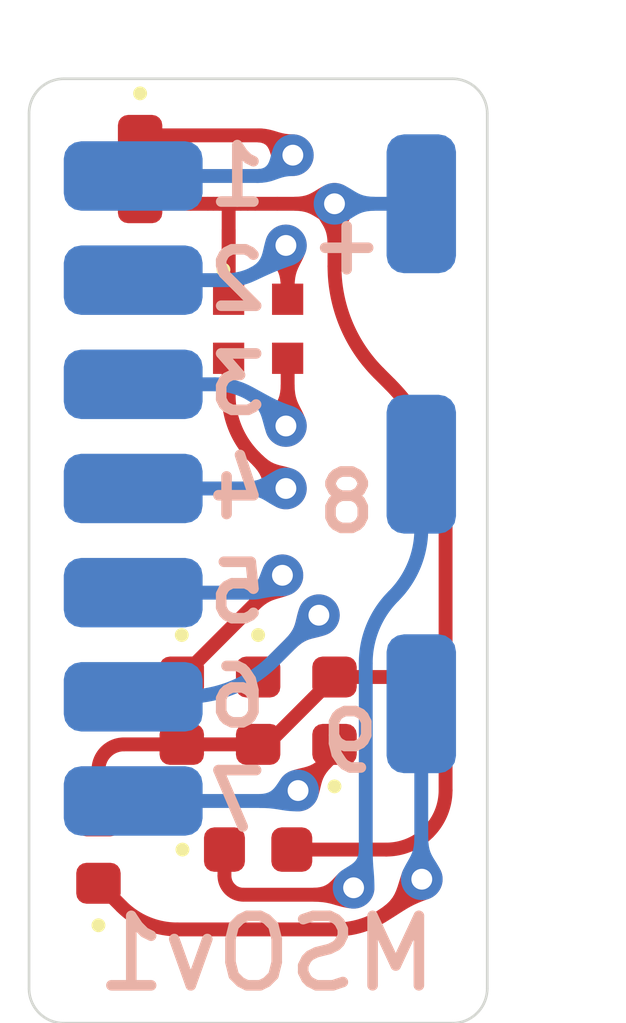
<source format=kicad_pcb>
(kicad_pcb (version 20211014) (generator pcbnew)
  (layers (0 "F.Cu" signal) (31 "B.Cu" signal) (34 "B.Paste" user) (35 "F.Paste" user) (36 "B.SilkS" user "B.Silkscreen") (37 "F.SilkS" user "F.Silkscreen") (38 "B.Mask" user) (39 "F.Mask" user) (44 "Edge.Cuts" user))
  (net 0 "")
  (net 1 "Net-(D1-Pad1)")
  (net 2 "Net-(D6-Pad1)")
  (net 3 "Net-(D7-Pad1)")
  (net 4 "Net-(D1-Pad2)")
  (net 5 "Net-(D8-Pad1)")
  (net 6 "Net-(D9-Pad1)")
  (net 7 "Net-(D10-Pad1)")
  (net 8 "Net-(D2-Pad2)")
  (net 9 "Net-(D2-Pad3)")
  (net 10 "Net-(D2-Pad4)")
  (footprint "LED_SMD:LED_0402_1005Metric" (layer "F.Cu") (at 123.3 84.1)
    (fp_text reference "D9" hide)
    (fp_text value "LED_Y")
    (fp_circle (center -1.09 0) (end -1.04 0) (layer "F.SilkS") (width 0.1) (fill none))
    (pad "1" smd roundrect locked (at -0.485 0) (size 0.59 0.64) (layers "F.Cu" "F.Paste" "F.Mask") (net 6 "Net-(D9-Pad1)"))
    (pad "2" smd roundrect locked (at 0.485 0) (size 0.59 0.64) (layers "F.Cu" "F.Paste" "F.Mask") (net 4 "Net-(D1-Pad2)"))
  )
  (footprint "LED_SMD:LED_0402_1005Metric" (layer "F.Cu") (at 123.3 82.1 -90)
    (fp_text reference "D7" hide)
    (fp_text value "LED_W")
    (fp_circle (center -1.09 0) (end -1.04 0) (layer "F.SilkS") (width 0.1) (fill none))
    (pad "1" smd roundrect locked (at -0.485 0 270) (size 0.59 0.64) (layers "F.Cu" "F.Paste" "F.Mask") (net 3 "Net-(D7-Pad1)"))
    (pad "2" smd roundrect locked (at 0.485 0 270) (size 0.59 0.64) (layers "F.Cu" "F.Paste" "F.Mask") (net 4 "Net-(D1-Pad2)"))
  )
  (footprint "LED_SMD:LED_0402_1005Metric" (layer "F.Cu") (at 121.6 74.3 -90)
    (fp_text reference "D1" hide)
    (fp_text value "LED_W")
    (fp_circle (center -1.09 0) (end -1.04 0) (layer "F.SilkS") (width 0.1) (fill none))
    (pad "1" smd roundrect locked (at -0.485 0 270) (size 0.59 0.64) (layers "F.Cu" "F.Paste" "F.Mask") (net 1 "Net-(D1-Pad1)"))
    (pad "2" smd roundrect locked (at 0.485 0 270) (size 0.59 0.64) (layers "F.Cu" "F.Paste" "F.Mask") (net 4 "Net-(D1-Pad2)"))
  )
  (footprint "LED_SMD:LED_0402_1005Metric" (layer "F.Cu") (at 124.4 82.1 90)
    (fp_text reference "D8" hide)
    (fp_text value "LED_Y")
    (fp_circle (center -1.09 0) (end -1.04 0) (layer "F.SilkS") (width 0.1) (fill none))
    (pad "1" smd roundrect locked (at -0.485 0 90) (size 0.59 0.64) (layers "F.Cu" "F.Paste" "F.Mask") (net 5 "Net-(D8-Pad1)"))
    (pad "2" smd roundrect locked (at 0.485 0 90) (size 0.59 0.64) (layers "F.Cu" "F.Paste" "F.Mask") (net 4 "Net-(D1-Pad2)"))
  )
  (footprint "LED_SMD:LED_0402_1005Metric" (layer "F.Cu") (at 122.2 82.1 -90)
    (fp_text reference "D6" hide)
    (fp_text value "LED_Y")
    (fp_circle (center -1.09 0) (end -1.04 0) (layer "F.SilkS") (width 0.1) (fill none))
    (pad "1" smd roundrect locked (at -0.485 0 270) (size 0.59 0.64) (layers "F.Cu" "F.Paste" "F.Mask") (net 2 "Net-(D6-Pad1)"))
    (pad "2" smd roundrect locked (at 0.485 0 270) (size 0.59 0.64) (layers "F.Cu" "F.Paste" "F.Mask") (net 4 "Net-(D1-Pad2)"))
  )
  (footprint "Library:LRTBR48GP9Q71R7S526NP68" (layer "F.Cu") (at 123.3 76.6 90)
    (fp_text reference "D2" hide)
    (fp_text value "LED_ARGB" hide)
    (fp_line (start 0.8 -0.5) (end 0.8 -0.5) (layer "F.SilkS") (width 0.1))
    (fp_line (start 0.9 -0.5) (end 0.9 -0.5) (layer "F.SilkS") (width 0.1))
    (fp_arc (start 0.9 -0.5) (mid 0.85 -0.45) (end 0.8 -0.5) (layer "F.SilkS") (width 0.1))
    (fp_arc (start 0.8 -0.5) (mid 0.85 -0.55) (end 0.9 -0.5) (layer "F.SilkS") (width 0.1))
    (pad "1" smd rect (at 0.425 -0.425 180) (size 0.45 0.45) (layers "F.Cu" "F.Paste" "F.Mask") (net 4 "Net-(D1-Pad2)"))
    (pad "2" smd rect (at 0.425 0.425 180) (size 0.45 0.45) (layers "F.Cu" "F.Paste" "F.Mask") (net 8 "Net-(D2-Pad2)"))
    (pad "3" smd rect (at -0.425 0.425 180) (size 0.45 0.45) (layers "F.Cu" "F.Paste" "F.Mask") (net 9 "Net-(D2-Pad3)"))
    (pad "4" smd rect (at -0.425 -0.425 180) (size 0.45 0.45) (layers "F.Cu" "F.Paste" "F.Mask") (net 10 "Net-(D2-Pad4)"))
  )
  (footprint "LED_SMD:LED_0402_1005Metric" (layer "F.Cu") (at 121 84.1 90)
    (fp_text reference "D10" hide)
    (fp_text value "LED_W")
    (fp_circle (center -1.09 0) (end -1.04 0) (layer "F.SilkS") (width 0.1) (fill none))
    (pad "1" smd roundrect locked (at -0.485 0 90) (size 0.59 0.64) (layers "F.Cu" "F.Paste" "F.Mask") (net 7 "Net-(D10-Pad1)"))
    (pad "2" smd roundrect locked (at 0.485 0 90) (size 0.59 0.64) (layers "F.Cu" "F.Paste" "F.Mask") (net 4 "Net-(D1-Pad2)"))
  )
  (footprint "Connector_Wire:SolderWirePad_1x01_SMD_1x2mm" (layer "B.Cu") (at 121.5 80.4 -90)
    (fp_text reference "J5" hide)
    (fp_text value "Zs7-3")
    (pad "1" smd roundrect (at 0 0 270) (size 1 2) (layers "B.Cu" "B.Paste" "B.Mask") (net 2 "Net-(D6-Pad1)"))
  )
  (footprint "Connector_Wire:SolderWirePad_1x01_SMD_1x2mm" (layer "B.Cu") (at 121.5 74.4 -90)
    (fp_text reference "J1" hide)
    (fp_text value "VkzBw")
    (pad "1" smd roundrect (at 0 0 270) (size 1 2) (layers "B.Cu" "B.Paste" "B.Mask") (net 1 "Net-(D1-Pad1)"))
  )
  (footprint "Connector_Wire:SolderWirePad_1x01_SMD_1x2mm" (layer "B.Cu") (at 121.5 78.9 -90)
    (fp_text reference "J4" hide)
    (fp_text value "ARGB_4")
    (pad "1" smd roundrect (at 0 0 270) (size 1 2) (layers "B.Cu" "B.Paste" "B.Mask") (net 10 "Net-(D2-Pad4)"))
  )
  (footprint "Connector_Wire:SolderWirePad_1x01_SMD_1x2mm" (layer "B.Cu") (at 121.5 83.4 -90)
    (fp_text reference "J7" hide)
    (fp_text value "Zs7-1")
    (pad "1" smd roundrect (at 0 0 270) (size 1 2) (layers "B.Cu" "B.Paste" "B.Mask") (net 5 "Net-(D8-Pad1)"))
  )
  (footprint "Connector_Wire:SolderWirePad_1x01_SMD_1x2mm" (layer "B.Cu") (at 125.65 74.8 180)
    (fp_text reference "J0" hide)
    (fp_text value "VCC")
    (pad "1" smd roundrect (at 0 0 180) (size 1 2) (layers "B.Cu" "B.Paste" "B.Mask") (net 4 "Net-(D1-Pad2)"))
  )
  (footprint "Connector_Wire:SolderWirePad_1x01_SMD_1x2mm" (layer "B.Cu") (at 121.5 81.9 -90)
    (fp_text reference "J6" hide)
    (fp_text value "Ra")
    (pad "1" smd roundrect (at 0 0 270) (size 1 2) (layers "B.Cu" "B.Paste" "B.Mask") (net 3 "Net-(D7-Pad1)"))
  )
  (footprint "Connector_Wire:SolderWirePad_1x01_SMD_1x2mm" (layer "B.Cu") (at 121.5 75.9 -90)
    (fp_text reference "J2" hide)
    (fp_text value "ARGB_2")
    (pad "1" smd roundrect (at 0 0 270) (size 1 2) (layers "B.Cu" "B.Paste" "B.Mask") (net 8 "Net-(D2-Pad2)"))
  )
  (footprint "Connector_Wire:SolderWirePad_1x01_SMD_1x2mm" (layer "B.Cu") (at 125.65 82 180)
    (fp_text reference "J9" hide)
    (fp_text value "Ra/Zs1")
    (pad "1" smd roundrect (at 0 0 180) (size 1 2) (layers "B.Cu" "B.Paste" "B.Mask") (net 7 "Net-(D10-Pad1)"))
  )
  (footprint "Connector_Wire:SolderWirePad_1x01_SMD_1x2mm" (layer "B.Cu") (at 125.65 78.55)
    (fp_text reference "J8" hide)
    (fp_text value "Zs7-2")
    (pad "1" smd roundrect (at 0 0) (size 1 2) (layers "B.Cu" "B.Paste" "B.Mask") (net 6 "Net-(D9-Pad1)"))
  )
  (footprint "Connector_Wire:SolderWirePad_1x01_SMD_1x2mm" (layer "B.Cu") (at 121.5 77.4 -90)
    (fp_text reference "J3" hide)
    (fp_text value "ARGB_3")
    (pad "1" smd roundrect (at 0 0 270) (size 1 2) (layers "B.Cu" "B.Paste" "B.Mask") (net 9 "Net-(D2-Pad3)"))
  )
  (gr_arc (start 126.6 86.1) (mid 126.453553 86.453553) (end 126.1 86.6) (layer "Edge.Cuts") (width 0.0381))
  (gr_line (start 120.5 86.6) (end 126.1 86.6) (layer "Edge.Cuts") (width 0.0381))
  (gr_line (start 120 86.1) (end 120 73.5) (layer "Edge.Cuts") (width 0.0381))
  (gr_line (start 120.5 73) (end 126.1 73) (layer "Edge.Cuts") (width 0.0381))
  (gr_arc (start 120.5 86.6) (mid 120.146447 86.453553) (end 120 86.1) (layer "Edge.Cuts") (width 0.0381))
  (gr_line (start 126.6 86.1) (end 126.6 73.5) (layer "Edge.Cuts") (width 0.0381))
  (gr_arc (start 126.1 73) (mid 126.453553 73.146447) (end 126.6 73.5) (layer "Edge.Cuts") (width 0.0381))
  (gr_arc (start 120 73.5) (mid 120.146447 73.146447) (end 120.5 73) (layer "Edge.Cuts") (width 0.0381))
  (gr_text "7" (at 123 83.4) (layer "B.SilkS") (effects (font (size 0.8128 0.8128) (thickness 0.1524)) (justify mirror)))
  (gr_text "1" (at 123 74.4) (layer "B.SilkS") (effects (font (size 0.8128 0.8128) (thickness 0.1524)) (justify mirror)))
  (gr_text "3" (at 123 77.4) (layer "B.SilkS") (effects (font (size 0.8128 0.8128) (thickness 0.1524)) (justify mirror)))
  (gr_text "+" (at 124.575 75.375) (layer "B.SilkS") (effects (font (size 0.8128 0.8128) (thickness 0.1524)) (justify mirror)))
  (gr_text "9" (at 124.625 82.55) (layer "B.SilkS") (effects (font (size 0.8128 0.8128) (thickness 0.1524)) (justify mirror)))
  (gr_text "6" (at 123 81.9) (layer "B.SilkS") (effects (font (size 0.8128 0.8128) (thickness 0.1524)) (justify mirror)))
  (gr_text "MSOv1" (at 123.425 85.6) (layer "B.SilkS") (effects (font (size 1 1) (thickness 0.1524)) (justify mirror)))
  (gr_text "4" (at 123 78.9) (layer "B.SilkS") (effects (font (size 0.8128 0.8128) (thickness 0.1524)) (justify mirror)))
  (gr_text "8" (at 124.575 79.1) (layer "B.SilkS") (effects (font (size 0.8128 0.8128) (thickness 0.1524)) (justify mirror)))
  (gr_text "2" (at 123 75.9) (layer "B.SilkS") (effects (font (size 0.8128 0.8128) (thickness 0.1524)) (justify mirror)))
  (gr_text "5" (at 123 80.4) (layer "B.SilkS") (effects (font (size 0.8128 0.8128) (thickness 0.1524)) (justify mirror)))
  (segment (start 123.8 74.1) (end 123.6575 73.9575) (width 0.2) (layer "F.Cu") (net 1))
  (segment (start 123.313474 73.815) (end 121.6 73.815) (width 0.2) (layer "F.Cu") (net 1))
  (via (at 123.8 74.1) (size 0.6) (drill 0.3) (layers "F.Cu" "B.Cu") (net 1))
  (arc (start 123.313474 73.815) (mid 123.499659 73.852034) (end 123.6575 73.9575) (width 0.2) (layer "F.Cu") (net 1))
  (segment (start 123.287867 74.4) (end 121.5 74.4) (width 0.2) (layer "B.Cu") (net 1))
  (segment (start 123.65 74.25) (end 123.8 74.1) (width 0.2) (layer "B.Cu") (net 1))
  (arc (start 123.65 74.25) (mid 123.483852 74.361016) (end 123.287867 74.4) (width 0.2) (layer "B.Cu") (net 1))
  (segment (start 123.65 80.1575) (end 123.65 80.15) (width 0.2) (layer "F.Cu") (net 2))
  (segment (start 123.644696 80.170303) (end 122.2 81.615) (width 0.2) (layer "F.Cu") (net 2))
  (via (at 123.65 80.15) (size 0.6) (drill 0.3) (layers "F.Cu" "B.Cu") (net 2))
  (arc (start 123.644696 80.170303) (mid 123.648621 80.164429) (end 123.65 80.1575) (width 0.2) (layer "F.Cu") (net 2))
  (segment (start 123.223223 80.4) (end 121.5 80.4) (width 0.2) (layer "B.Cu") (net 2))
  (segment (start 123.525 80.275) (end 123.65 80.15) (width 0.2) (layer "B.Cu") (net 2))
  (arc (start 123.525 80.275) (mid 123.386543 80.367513) (end 123.223223 80.4) (width 0.2) (layer "B.Cu") (net 2))
  (segment (start 124.175 80.725) (end 123.305303 81.594696) (width 0.2) (layer "F.Cu") (net 3))
  (via (at 124.175 80.725) (size 0.6) (drill 0.3) (layers "F.Cu" "B.Cu") (net 3))
  (segment (start 124.175 80.725) (end 123.53033 81.369669) (width 0.2) (layer "B.Cu") (net 3))
  (arc (start 123.53033 81.369669) (mid 122.942909 81.762171) (end 122.25 81.9) (width 0.2) (layer "B.Cu") (net 3))
  (segment (start 126 81.888531) (end 126 81.860617) (width 0.2) (layer "F.Cu") (net 4))
  (segment (start 126 81.831881) (end 126 81.860617) (width 0.2) (layer "F.Cu") (net 4))
  (segment (start 124.4 81.615) (end 123.475961 82.539038) (width 0.2) (layer "F.Cu") (net 4))
  (segment (start 122.859987 74.8) (end 122.787498 74.8) (width 0.2) (layer "F.Cu") (net 4))
  (segment (start 122.2 82.585) (end 121.367027 82.585) (width 0.2) (layer "F.Cu") (net 4))
  (segment (start 122.576255 74.8) (end 122.328768 74.8) (width 0.2) (layer "F.Cu") (net 4))
  (segment (start 124.4 74.8) (end 124.4 75.7) (width 0.2) (layer "F.Cu") (net 4))
  (segment (start 126 81.776873) (end 126 81.803966) (width 0.2) (layer "F.Cu") (net 4))
  (segment (start 126 81.642091) (end 126 81.684373) (width 0.2) (layer "F.Cu") (net 4))
  (segment (start 126 81.731615) (end 126 81.752756) (width 0.2) (layer "F.Cu") (net 4))
  (segment (start 122.949217 74.8) (end 122.893488 74.8) (width 0.2) (layer "F.Cu") (net 4))
  (segment (start 126 81.731615) (end 126 81.730623) (width 0.2) (layer "F.Cu") (net 4))
  (segment (start 126 83.246446) (end 126 82.057659) (width 0.2) (layer "F.Cu") (net 4))
  (segment (start 126 81.752756) (end 126 81.773897) (width 0.2) (layer "F.Cu") (net 4))
  (segment (start 125.146446 84.1) (end 123.785 84.1) (width 0.2) (layer "F.Cu") (net 4))
  (segment (start 123.150259 74.8) (end 123.049738 74.8) (width 0.2) (layer "F.Cu") (net 4))
  (segment (start 126 81.888531) (end 126 81.973095) (width 0.2) (layer "F.Cu") (net 4))
  (segment (start 126 81.684373) (end 126 81.707498) (width 0.2) (layer "F.Cu") (net 4))
  (segment (start 122.656249 74.8) (end 122.576255 74.8) (width 0.2) (layer "F.Cu") (net 4))
  (segment (start 126 81.707498) (end 126 81.730623) (width 0.2) (layer "F.Cu") (net 4))
  (segment (start 125.2 77.4) (end 125.036396 77.236396) (width 0.2) (layer "F.Cu") (net 4))
  (segment (start 123.577297 74.8) (end 123.259098 74.8) (width 0.2) (layer "F.Cu") (net 4))
  (segment (start 126 81.619648) (end 126 81.642091) (width 0.2) (layer "F.Cu") (net 4))
  (segment (start 122.875 74.887501) (end 122.875 76.175) (width 0.2) (layer "F.Cu") (net 4))
  (segment (start 122.743748 74.8) (end 122.656249 74.8) (width 0.2) (layer "F.Cu") (net 4))
  (segment (start 126 81.803966) (end 126 81.831059) (width 0.2) (layer "F.Cu") (net 4))
  (segment (start 122.859987 74.8) (end 122.871154 74.8) (width 0.2) (layer "F.Cu") (net 4))
  (segment (start 122.743748 74.8) (end 122.787498 74.8) (width 0.2) (layer "F.Cu") (net 4))
  (segment (start 126 81.773897) (end 126 81.776873) (width 0.2) (layer "F.Cu") (net 4))
  (segment (start 126 79.33137) (end 126 81.619648) (width 0.2) (layer "F.Cu") (net 4))
  (segment (start 122.328768 74.8) (end 121.625606 74.8) (width 0.2) (layer "F.Cu") (net 4))
  (segment (start 123.259098 74.8) (end 123.150259 74.8) (width 0.2) (layer "F.Cu") (net 4))
  (segment (start 123.049738 74.8) (end 122.949217 74.8) (width 0.2) (layer "F.Cu") (net 4))
  (segment (start 126 81.831059) (end 126 81.831881) (width 0.2) (layer "F.Cu") (net 4))
  (segment (start 125.972908 81.615) (end 124.4 81.615) (width 0.2) (layer "F.Cu") (net 4))
  (segment (start 122.2 82.585) (end 123.235 82.585) (width 0.2) (layer "F.Cu") (net 4))
  (segment (start 121 82.952027) (end 121 83.615) (width 0.2) (layer "F.Cu") (net 4))
  (segment (start 126 81.973095) (end 126 82.057659) (width 0.2) (layer "F.Cu") (net 4))
  (segment (start 121.6075 74.7925) (end 121.6 74.785) (width 0.2) (layer "F.Cu") (net 4))
  (segment (start 122.893488 74.8) (end 122.871154 74.8) (width 0.2) (layer "F.Cu") (net 4))
  (segment (start 122.875 76.175) (end 122.875 75.184099) (width 0.2) (layer "F.Cu") (net 4))
  (segment (start 124.4 74.8) (end 123.577297 74.8) (width 0.2) (layer "F.Cu") (net 4))
  (via (at 124.4 74.8) (size 0.6) (drill 0.3) (layers "F.Cu" "B.Cu") (net 4))
  (arc (start 126 83.246446) (mid 125.935027 83.573087) (end 125.75 83.85) (width 0.2) (layer "F.Cu") (net 4))
  (arc (start 122.849371 74.825628) (mid 122.868339 74.854015) (end 122.875 74.887501) (width 0.2) (layer "F.Cu") (net 4))
  (arc (start 126 79.33137) (mid 125.792086 78.28612) (end 125.2 77.4) (width 0.2) (layer "F.Cu") (net 4))
  (arc (start 122.849371 74.825628) (mid 122.846116 74.809267) (end 122.859987 74.8) (width 0.2) (layer "F.Cu") (net 4))
  (arc (start 121.625606 74.8) (mid 121.615807 74.79805) (end 121.6075 74.7925) (width 0.2) (layer "F.Cu") (net 4))
  (arc (start 125.992065 81.622935) (mid 125.983275 81.617062) (end 125.972908 81.615) (width 0.2) (layer "F.Cu") (net 4))
  (arc (start 125.992065 81.622935) (mid 125.997937 81.631724) (end 126 81.642091) (width 0.2) (layer "F.Cu") (net 4))
  (arc (start 126 81.619648) (mid 125.99713 81.623942) (end 125.992065 81.622935) (width 0.2) (layer "F.Cu") (net 4))
  (arc (start 121.1075 82.6925) (mid 121.027938 82.811572) (end 121 82.952027) (width 0.2) (layer "F.Cu") (net 4))
  (arc (start 125.146446 84.1) (mid 125.473087 84.035027) (end 125.75 83.85) (width 0.2) (layer "F.Cu") (net 4))
  (arc (start 121.1075 82.6925) (mid 121.226572 82.612938) (end 121.367027 82.585) (width 0.2) (layer "F.Cu") (net 4))
  (arc (start 124.4 75.7) (mid 124.565393 76.531491) (end 125.036396 77.236396) (width 0.2) (layer "F.Cu") (net 4))
  (arc (start 122.849371 74.825628) (mid 122.820983 74.80666) (end 122.787498 74.8) (width 0.2) (layer "F.Cu") (net 4))
  (segment (start 124.4 74.8) (end 125.4 74.8) (width 0.2) (layer "B.Cu") (net 4))
  (segment (start 123.875 83.25) (end 124.350502 82.774497) (width 0.2) (layer "F.Cu") (net 5))
  (via (at 123.875 83.25) (size 0.6) (drill 0.3) (layers "F.Cu" "B.Cu") (net 5))
  (segment (start 123.618933 83.4) (end 121.5 83.4) (width 0.2) (layer "B.Cu") (net 5))
  (segment (start 123.8 83.325) (end 123.875 83.25) (width 0.2) (layer "B.Cu") (net 5))
  (arc (start 123.618933 83.4) (mid 123.716925 83.380508) (end 123.8 83.325) (width 0.2) (layer "B.Cu") (net 5))
  (segment (start 124.504289 84.75) (end 123.088137 84.75) (width 0.2) (layer "F.Cu") (net 6))
  (segment (start 122.815 84.476862) (end 122.815 84.1) (width 0.2) (layer "F.Cu") (net 6))
  (segment (start 124.625 84.7) (end 124.675 84.65) (width 0.2) (layer "F.Cu") (net 6))
  (via (at 124.675 84.65) (size 0.6) (drill 0.3) (layers "F.Cu" "B.Cu") (net 6))
  (arc (start 123.088137 84.75) (mid 122.983612 84.729208) (end 122.895 84.67) (width 0.2) (layer "F.Cu") (net 6))
  (arc (start 122.815 84.476862) (mid 122.835791 84.581387) (end 122.895 84.67) (width 0.2) (layer "F.Cu") (net 6))
  (arc (start 124.504289 84.75) (mid 124.569617 84.737005) (end 124.625 84.7) (width 0.2) (layer "F.Cu") (net 6))
  (segment (start 124.85 84.351256) (end 124.85 81.415685) (width 0.2) (layer "B.Cu") (net 6))
  (segment (start 124.7625 84.5625) (end 124.675 84.65) (width 0.2) (layer "B.Cu") (net 6))
  (segment (start 125.65 79.484314) (end 125.65 78.55) (width 0.2) (layer "B.Cu") (net 6))
  (arc (start 125.25 80.45) (mid 125.546043 80.006939) (end 125.65 79.484314) (width 0.2) (layer "B.Cu") (net 6))
  (arc (start 125.25 80.45) (mid 124.953956 80.89306) (end 124.85 81.415685) (width 0.2) (layer "B.Cu") (net 6))
  (arc (start 124.7625 84.5625) (mid 124.827259 84.46558) (end 124.85 84.351256) (width 0.2) (layer "B.Cu") (net 6))
  (segment (start 122.135226 85.25) (end 124.422449 85.25) (width 0.2) (layer "F.Cu") (net 7))
  (segment (start 121.3325 84.9175) (end 121 84.585) (width 0.2) (layer "F.Cu") (net 7))
  (segment (start 125.657307 84.526637) (end 125.295625 84.888318) (width 0.2) (layer "F.Cu") (net 7))
  (via (at 125.657307 84.526637) (size 0.6) (drill 0.3) (layers "F.Cu" "B.Cu") (net 7))
  (arc (start 122.135226 85.25) (mid 121.700793 85.163586) (end 121.3325 84.9175) (width 0.2) (layer "F.Cu") (net 7))
  (arc (start 124.422449 85.25) (mid 124.895008 85.156001) (end 125.295625 84.888318) (width 0.2) (layer "F.Cu") (net 7))
  (segment (start 125.657307 84.526637) (end 125.653653 84.522983) (width 0.2) (layer "B.Cu") (net 7))
  (segment (start 125.65 84.514163) (end 125.65 82) (width 0.2) (layer "B.Cu") (net 7))
  (arc (start 125.653653 84.522983) (mid 125.650949 84.518936) (end 125.65 84.514163) (width 0.2) (layer "B.Cu") (net 7))
  (segment (start 123.7 75.4) (end 123.7125 75.4125) (width 0.2) (layer "F.Cu") (net 8))
  (segment (start 123.725 75.442677) (end 123.725 76.175) (width 0.2) (layer "F.Cu") (net 8))
  (via (at 123.7 75.4) (size 0.6) (drill 0.3) (layers "F.Cu" "B.Cu") (net 8))
  (arc (start 123.7125 75.4125) (mid 123.721751 75.426345) (end 123.725 75.442677) (width 0.2) (layer "F.Cu") (net 8))
  (segment (start 122.846446 75.9) (end 121.5 75.9) (width 0.2) (layer "B.Cu") (net 8))
  (segment (start 123.45 75.65) (end 123.7 75.4) (width 0.2) (layer "B.Cu") (net 8))
  (arc (start 123.45 75.65) (mid 123.173087 75.835027) (end 122.846446 75.9) (width 0.2) (layer "B.Cu") (net 8))
  (segment (start 123.725 77.957322) (end 123.725 77.025) (width 0.2) (layer "F.Cu") (net 9))
  (segment (start 123.7 78) (end 123.7125 77.9875) (width 0.2) (layer "F.Cu") (net 9))
  (via (at 123.7 78) (size 0.6) (drill 0.3) (layers "F.Cu" "B.Cu") (net 9))
  (arc (start 123.725 77.957322) (mid 123.721751 77.973654) (end 123.7125 77.9875) (width 0.2) (layer "F.Cu") (net 9))
  (segment (start 123.7 78) (end 123.4 77.7) (width 0.2) (layer "B.Cu") (net 9))
  (segment (start 122.675735 77.4) (end 121.5 77.4) (width 0.2) (layer "B.Cu") (net 9))
  (arc (start 122.675735 77.4) (mid 123.067704 77.477967) (end 123.4 77.7) (width 0.2) (layer "B.Cu") (net 9))
  (segment (start 122.875 77.55) (end 122.875 77.025) (width 0.2) (layer "F.Cu") (net 10))
  (segment (start 123.7 78.9) (end 123.246231 78.446231) (width 0.2) (layer "F.Cu") (net 10))
  (via (at 123.7 78.9) (size 0.6) (drill 0.3) (layers "F.Cu" "B.Cu") (net 10))
  (arc (start 122.875 77.55) (mid 122.971479 78.035036) (end 123.246231 78.446231) (width 0.2) (layer "F.Cu") (net 10))
  (segment (start 123.7 78.9) (end 121.5 78.9) (width 0.2) (layer "B.Cu") (net 10))
  (zone (net 4) (net_name "Net-(D1-Pad2)") (layer "F.Cu") (priority 16962) (connect_pads yes (clearance 0)) (min_thickness 0.0254) (fill yes (thermal_gap 0.508) (thermal_bridge_width 0.508))
    (polygon (pts (xy 123.81 74.9) (xy 123.877298 74.90231) (xy 123.933799 74.908971) (xy 123.98177 74.919574) (xy 124.023479 74.933713) (xy 124.061193 74.950981) (xy 124.097182 74.97097) (xy 124.133713 74.993274) (xy 124.173053 75.017485) (xy 124.21747 75.043196) (xy 124.269234 75.07) (xy 124.55 74.8) (xy 124.269234 74.53) (xy 124.21747 74.556803) (xy 124.173053 74.582514) (xy 124.133713 74.606725) (xy 124.097182 74.629029) (xy 124.061193 74.649018) (xy 124.023479 74.666286) (xy 123.98177 74.680425) (xy 123.933799 74.691028) (xy 123.877298 74.697689) (xy 123.81 74.7)))
  )
  (zone (net 7) (net_name "Net-(D10-Pad1)") (layer "F.Cu") (priority 16962) (connect_pads yes (clearance 0)) (min_thickness 0.0254) (fill yes (thermal_gap 0.508) (thermal_bridge_width 0.508))
    (polygon (pts (xy 125.111543 85.158357) (xy 125.197849 85.105424) (xy 125.270742 85.059344) (xy 125.333426 85.019054) (xy 125.38911 84.983494) (xy 125.440998 84.951603) (xy 125.492299 84.922318) (xy 125.546219 84.894579) (xy 125.605964 84.867324) (xy 125.674741 84.839492) (xy 125.755758 84.810022) (xy 125.763373 84.420572) (xy 125.373923 84.428184) (xy 125.348771 84.504331) (xy 125.327582 84.572716) (xy 125.30792 84.634562) (xy 125.287345 84.691091) (xy 125.263423 84.743525) (xy 125.233715 84.793088) (xy 125.195785 84.841001) (xy 125.147196 84.888487) (xy 125.085511 84.93677) (xy 125.008293 84.987071)))
  )
  (zone (net 5) (net_name "Net-(D8-Pad1)") (layer "F.Cu") (priority 16962) (connect_pads yes (clearance 0)) (min_thickness 0.0254) (fill yes (thermal_gap 0.508) (thermal_bridge_width 0.508))
    (polygon (pts (xy 124.221481 82.762097) (xy 124.172259 82.80805) (xy 124.127598 82.843292) (xy 124.08618 82.869715) (xy 124.046689 82.88921) (xy 124.007811 82.903668) (xy 123.968229 82.914981) (xy 123.926627 82.925041) (xy 123.88169 82.935739) (xy 123.832102 82.948967) (xy 123.776547 82.966616) (xy 123.768935 83.356066) (xy 124.158385 83.348451) (xy 124.176033 83.292895) (xy 124.18926 83.243307) (xy 124.199958 83.19837) (xy 124.210018 83.156769) (xy 124.221331 83.117186) (xy 124.235789 83.078308) (xy 124.255284 83.038818) (xy 124.281706 82.9974) (xy 124.316948 82.952738) (xy 124.362902 82.903518)))
  )
  (zone (net 10) (net_name "Net-(D2-Pad4)") (layer "F.Cu") (priority 16962) (connect_pads yes (clearance 0)) (min_thickness 0.0254) (fill yes (thermal_gap 0.508) (thermal_bridge_width 0.508))
    (polygon (pts (xy 123.212098 78.553519) (xy 123.258051 78.602739) (xy 123.293293 78.647401) (xy 123.319715 78.688819) (xy 123.33921 78.728309) (xy 123.353668 78.767187) (xy 123.364981 78.80677) (xy 123.375041 78.848371) (xy 123.385739 78.893308) (xy 123.398966 78.942896) (xy 123.416615 78.998452) (xy 123.806066 79.006066) (xy 123.798452 78.616615) (xy 123.742896 78.598966) (xy 123.693308 78.585739) (xy 123.648371 78.575041) (xy 123.60677 78.564981) (xy 123.567187 78.553668) (xy 123.528309 78.53921) (xy 123.488819 78.519715) (xy 123.447401 78.493293) (xy 123.402739 78.458051) (xy 123.353519 78.412098)))
  )
  (zone (net 1) (net_name "Net-(D1-Pad1)") (layer "F.Cu") (priority 16962) (connect_pads yes (clearance 0)) (min_thickness 0.0254) (fill yes (thermal_gap 0.508) (thermal_bridge_width 0.508))
    (polygon (pts (xy 123.285597 73.915) (xy 123.338684 73.919664) (xy 123.380173 73.932979) (xy 123.412017 73.953925) (xy 123.43617 73.981481) (xy 123.454584 74.01463) (xy 123.469213 74.052351) (xy 123.48201 74.093625) (xy 123.49493 74.137432) (xy 123.509924 74.182754) (xy 123.528948 74.228571) (xy 123.916931 74.193952) (xy 123.8 73.8) (xy 123.738789 73.79762) (xy 123.686439 73.79116) (xy 123.640439 73.781639) (xy 123.598283 73.77008) (xy 123.557462 73.7575) (xy 123.515467 73.74492) (xy 123.469792 73.73336) (xy 123.417927 73.72384) (xy 123.357364 73.71738) (xy 123.285597 73.715)))
  )
  (zone (net 2) (net_name "Net-(D6-Pad1)") (layer "F.Cu") (priority 16962) (connect_pads yes (clearance 0)) (min_thickness 0.0254) (fill yes (thermal_gap 0.508) (thermal_bridge_width 0.508))
    (polygon (pts (xy 123.298215 80.658206) (xy 123.349713 80.609818) (xy 123.396221 80.572291) (xy 123.439149 80.543681) (xy 123.479913 80.522044) (xy 123.519923 80.505437) (xy 123.560594 80.491917) (xy 123.603339 80.479539) (xy 123.64957 80.466361) (xy 123.7007 80.450439) (xy 123.758144 80.42983) (xy 123.752354 80.040348) (xy 123.363396 80.061356) (xy 123.347124 80.118675) (xy 123.334767 80.169718) (xy 123.324491 80.215857) (xy 123.314463 80.258463) (xy 123.302848 80.29891) (xy 123.287813 80.33857) (xy 123.267524 80.378815) (xy 123.240147 80.421017) (xy 123.203848 80.46655) (xy 123.156794 80.516785)))
  )
  (zone (net 9) (net_name "Net-(D2-Pad3)") (layer "F.Cu") (priority 16962) (connect_pads yes (clearance 0)) (min_thickness 0.0254) (fill yes (thermal_gap 0.508) (thermal_bridge_width 0.508))
    (polygon (pts (xy 123.625 77.397322) (xy 123.622703 77.464175) (xy 123.616018 77.520378) (xy 123.605254 77.568103) (xy 123.590721 77.609525) (xy 123.572728 77.646818) (xy 123.551584 77.682157) (xy 123.527598 77.717716) (xy 123.501079 77.755668) (xy 123.472337 77.798189) (xy 123.441681 77.847452) (xy 123.687653 78.14949) (xy 123.979847 77.891903) (xy 123.956225 77.835123) (xy 123.933267 77.786445) (xy 123.9114 77.743439) (xy 123.891055 77.703679) (xy 123.872661 77.664736) (xy 123.856649 77.624184) (xy 123.843447 77.579594) (xy 123.833485 77.528538) (xy 123.827192 77.46859) (xy 123.825 77.397322)))
  )
  (zone (net 4) (net_name "Net-(D1-Pad2)") (layer "F.Cu") (priority 16962) (connect_pads yes (clearance 0)) (min_thickness 0.0254) (fill yes (thermal_gap 0.508) (thermal_bridge_width 0.508))
    (polygon (pts (xy 124.5 75.39) (xy 124.50231 75.322701) (xy 124.508971 75.2662) (xy 124.519574 75.218229) (xy 124.533713 75.17652) (xy 124.550981 75.138806) (xy 124.57097 75.102817) (xy 124.593274 75.066286) (xy 124.617485 75.026946) (xy 124.643196 74.982529) (xy 124.67 74.930766) (xy 124.4 74.65) (xy 124.13 74.930766) (xy 124.156803 74.982529) (xy 124.182514 75.026946) (xy 124.206725 75.066286) (xy 124.229029 75.102817) (xy 124.249018 75.138806) (xy 124.266286 75.17652) (xy 124.280425 75.218229) (xy 124.291028 75.2662) (xy 124.297689 75.322701) (xy 124.3 75.39)))
  )
  (zone (net 6) (net_name "Net-(D9-Pad1)") (layer "F.Cu") (priority 16962) (connect_pads yes (clearance 0)) (min_thickness 0.0254) (fill yes (thermal_gap 0.508) (thermal_bridge_width 0.508))
    (polygon (pts (xy 124.084289 84.85) (xy 124.161864 84.851967) (xy 124.227353 84.857431) (xy 124.283447 84.86573) (xy 124.332839 84.876207) (xy 124.378219 84.888201) (xy 124.42228 84.901052) (xy 124.467713 84.914103) (xy 124.517212 84.926693) (xy 124.573466 84.938162) (xy 124.63917 84.947852) (xy 124.816842 84.601209) (xy 124.46352 84.437219) (xy 124.426919 84.474834) (xy 124.394617 84.509375) (xy 124.364892 84.540632) (xy 124.336022 84.568398) (xy 124.306283 84.592464) (xy 124.273954 84.612621) (xy 124.237312 84.628661) (xy 124.194635 84.640377) (xy 124.144202 84.647559) (xy 124.084289 84.65)))
  )
  (zone (net 8) (net_name "Net-(D2-Pad2)") (layer "F.Cu") (priority 16962) (connect_pads yes (clearance 0)) (min_thickness 0.0254) (fill yes (thermal_gap 0.508) (thermal_bridge_width 0.508))
    (polygon (pts (xy 123.825 76.002677) (xy 123.827192 75.931408) (xy 123.833485 75.87146) (xy 123.843447 75.820405) (xy 123.856649 75.775814) (xy 123.872661 75.735262) (xy 123.891055 75.69632) (xy 123.9114 75.656559) (xy 123.933267 75.613554) (xy 123.956225 75.564875) (xy 123.979847 75.508097) (xy 123.687653 75.25051) (xy 123.441681 75.552548) (xy 123.472337 75.60181) (xy 123.501079 75.644331) (xy 123.527598 75.682283) (xy 123.551584 75.717842) (xy 123.572728 75.75318) (xy 123.590721 75.790474) (xy 123.605254 75.831896) (xy 123.616018 75.879621) (xy 123.622703 75.935823) (xy 123.625 76.002677)))
  )
  (zone (net 3) (net_name "Net-(D7-Pad1)") (layer "F.Cu") (priority 16962) (connect_pads yes (clearance 0)) (min_thickness 0.0254) (fill yes (thermal_gap 0.508) (thermal_bridge_width 0.508))
    (polygon (pts (xy 123.828518 81.212902) (xy 123.877738 81.166948) (xy 123.9224 81.131706) (xy 123.963818 81.105284) (xy 124.003308 81.085789) (xy 124.042186 81.071331) (xy 124.081769 81.060018) (xy 124.12337 81.049958) (xy 124.168307 81.03926) (xy 124.217895 81.026033) (xy 124.273451 81.008385) (xy 124.281066 80.618935) (xy 123.891616 80.626547) (xy 123.873967 80.682102) (xy 123.860739 80.73169) (xy 123.850041 80.776627) (xy 123.839981 80.818229) (xy 123.828668 80.857811) (xy 123.81421 80.896689) (xy 123.794715 80.93618) (xy 123.768292 80.977598) (xy 123.73305 81.022259) (xy 123.687097 81.071481)))
  )
  (zone (net 3) (net_name "Net-(D7-Pad1)") (layer "B.Cu") (priority 16962) (connect_pads yes (clearance 0)) (min_thickness 0.0254) (fill yes (thermal_gap 0.508) (thermal_bridge_width 0.508))
    (polygon (pts (xy 123.828518 81.212902) (xy 123.877738 81.166948) (xy 123.9224 81.131706) (xy 123.963818 81.105284) (xy 124.003308 81.085789) (xy 124.042186 81.071331) (xy 124.081769 81.060018) (xy 124.12337 81.049958) (xy 124.168307 81.03926) (xy 124.217895 81.026033) (xy 124.273451 81.008385) (xy 124.281066 80.618935) (xy 123.891616 80.626547) (xy 123.873967 80.682102) (xy 123.860739 80.73169) (xy 123.850041 80.776627) (xy 123.839981 80.818229) (xy 123.828668 80.857811) (xy 123.81421 80.896689) (xy 123.794715 80.93618) (xy 123.768292 80.977598) (xy 123.73305 81.022259) (xy 123.687097 81.071481)))
  )
  (zone (net 5) (net_name "Net-(D8-Pad1)") (layer "B.Cu") (priority 16962) (connect_pads yes (clearance 0)) (min_thickness 0.0254) (fill yes (thermal_gap 0.508) (thermal_bridge_width 0.508))
    (polygon (pts (xy 123.308933 83.5) (xy 123.387306 83.5014) (xy 123.453726 83.5052) (xy 123.51086 83.510799) (xy 123.561378 83.5176) (xy 123.607949 83.525) (xy 123.65324 83.5324) (xy 123.699922 83.5392) (xy 123.750664 83.5448) (xy 123.808133 83.5486) (xy 123.875 83.55) (xy 124.005665 83.176336) (xy 123.628492 83.079022) (xy 123.601921 83.118179) (xy 123.577769 83.154104) (xy 123.554681 83.186587) (xy 123.5313 83.215419) (xy 123.50627 83.24039) (xy 123.478235 83.261291) (xy 123.44584 83.277912) (xy 123.407729 83.290043) (xy 123.362545 83.297475) (xy 123.308933 83.3)))
  )
  (zone (net 10) (net_name "Net-(D2-Pad4)") (layer "B.Cu") (priority 16962) (connect_pads yes (clearance 0)) (min_thickness 0.0254) (fill yes (thermal_gap 0.508) (thermal_bridge_width 0.508))
    (polygon (pts (xy 123.11 79) (xy 123.177298 79.00231) (xy 123.233799 79.008971) (xy 123.28177 79.019574) (xy 123.323479 79.033713) (xy 123.361193 79.050981) (xy 123.397182 79.07097) (xy 123.433713 79.093274) (xy 123.473053 79.117485) (xy 123.51747 79.143196) (xy 123.569234 79.17) (xy 123.85 78.9) (xy 123.569234 78.63) (xy 123.51747 78.656803) (xy 123.473053 78.682514) (xy 123.433713 78.706725) (xy 123.397182 78.729029) (xy 123.361193 78.749018) (xy 123.323479 78.766286) (xy 123.28177 78.780425) (xy 123.233799 78.791028) (xy 123.177298 78.797689) (xy 123.11 78.8)))
  )
  (zone (net 9) (net_name "Net-(D2-Pad3)") (layer "B.Cu") (priority 16962) (connect_pads yes (clearance 0)) (min_thickness 0.0254) (fill yes (thermal_gap 0.508) (thermal_bridge_width 0.508))
    (polygon (pts (xy 123.112749 77.609855) (xy 123.18069 77.650354) (xy 123.233989 77.69073) (xy 123.275008 77.731724) (xy 123.306108 77.774081) (xy 123.329649 77.818543) (xy 123.347993 77.865854) (xy 123.3635 77.916757) (xy 123.378532 77.971995) (xy 123.39545 78.032312) (xy 123.416615 78.098452) (xy 123.806066 78.106066) (xy 123.798452 77.716615) (xy 123.72576 77.690662) (xy 123.663658 77.666958) (xy 123.609307 77.644463) (xy 123.559866 77.622139) (xy 123.512496 77.598947) (xy 123.464357 77.573849) (xy 123.412609 77.545807) (xy 123.354413 77.513781) (xy 123.286929 77.476734) (xy 123.207317 77.433627)))
  )
  (zone (net 8) (net_name "Net-(D2-Pad2)") (layer "B.Cu") (priority 16962) (connect_pads yes (clearance 0)) (min_thickness 0.0254) (fill yes (thermal_gap 0.508) (thermal_bridge_width 0.508))
    (polygon (pts (xy 123.247359 75.911628) (xy 123.322079 75.877011) (xy 123.385594 75.847723) (xy 123.44047 75.822749) (xy 123.489276 75.801073) (xy 123.53458 75.781679) (xy 123.57895 75.763551) (xy 123.624954 75.745673) (xy 123.67516 75.72703) (xy 123.732137 75.706606) (xy 123.798452 75.683385) (xy 123.806066 75.293934) (xy 123.416615 75.301548) (xy 123.398745 75.359295) (xy 123.385284 75.412831) (xy 123.373957 75.462495) (xy 123.362488 75.508626) (xy 123.348601 75.551561) (xy 123.330022 75.59164) (xy 123.304475 75.629202) (xy 123.269683 75.664584) (xy 123.223372 75.698126) (xy 123.163267 75.730166)))
  )
  (zone (net 2) (net_name "Net-(D6-Pad1)") (layer "B.Cu") (priority 16962) (connect_pads yes (clearance 0)) (min_thickness 0.0254) (fill yes (thermal_gap 0.508) (thermal_bridge_width 0.508))
    (polygon (pts (xy 123.128416 80.5) (xy 123.20067 80.4986) (xy 123.261885 80.4948) (xy 123.314526 80.489199) (xy 123.361057 80.4824) (xy 123.403944 80.475) (xy 123.445653 80.4676) (xy 123.488647 80.4608) (xy 123.535393 80.4552) (xy 123.588355 80.4514) (xy 123.65 80.45) (xy 123.770605 80.060814) (xy 123.384323 80.010661) (xy 123.363843 80.05409) (xy 123.34697 80.096579) (xy 123.331924 80.137272) (xy 123.316927 80.175313) (xy 123.300202 80.209849) (xy 123.27997 80.240023) (xy 123.254453 80.26498) (xy 123.221874 80.283865) (xy 123.180454 80.295823) (xy 123.128416 80.3)))
  )
  (zone (net 6) (net_name "Net-(D9-Pad1)") (layer "B.Cu") (priority 16962) (connect_pads yes (clearance 0)) (min_thickness 0.0254) (fill yes (thermal_gap 0.508) (thermal_bridge_width 0.508))
    (polygon (pts (xy 124.75 84.09587) (xy 124.7466 84.150906) (xy 124.736783 84.19611) (xy 124.721121 84.233195) (xy 124.700187 84.263874) (xy 124.674553 84.289858) (xy 124.644791 84.312862) (xy 124.611475 84.334596) (xy 124.575176 84.356774) (xy 124.536467 84.381108) (xy 124.495922 84.409312) (xy 124.60572 84.783042) (xy 124.975 84.65) (xy 124.9743 84.584686) (xy 124.9724 84.528469) (xy 124.969599 84.478763) (xy 124.9662 84.43298) (xy 124.9625 84.388535) (xy 124.9588 84.342843) (xy 124.9554 84.293316) (xy 124.9526 84.237369) (xy 124.9507 84.172415) (xy 124.95 84.09587)))
  )
  (zone (net 7) (net_name "Net-(D10-Pad1)") (layer "B.Cu") (priority 16962) (connect_pads yes (clearance 0)) (min_thickness 0.0254) (fill yes (thermal_gap 0.508) (thermal_bridge_width 0.508))
    (polygon (pts (xy 125.55 83.924163) (xy 125.547763 83.993768) (xy 125.54131 84.05229) (xy 125.531027 84.10207) (xy 125.517299 84.14545) (xy 125.500514 84.184771) (xy 125.481057 84.222374) (xy 125.459313 84.2606) (xy 125.43567 84.30179) (xy 125.410513 84.348286) (xy 125.384228 84.402429) (xy 125.660929 84.676593) (xy 125.92407 84.389388) (xy 125.895726 84.337451) (xy 125.868879 84.292763) (xy 125.843878 84.253055) (xy 125.821074 84.216062) (xy 125.800817 84.179516) (xy 125.783457 84.141151) (xy 125.769345 84.0987) (xy 125.758831 84.049896) (xy 125.752266 83.992472) (xy 125.75 83.924163)))
  )
  (zone (net 1) (net_name "Net-(D1-Pad1)") (layer "B.Cu") (priority 16962) (connect_pads yes (clearance 0)) (min_thickness 0.0254) (fill yes (thermal_gap 0.508) (thermal_bridge_width 0.508))
    (polygon (pts (xy 123.290519 74.499981) (xy 123.362083 74.496936) (xy 123.422331 74.489245) (xy 123.473798 74.478072) (xy 123.519022 74.464578) (xy 123.560539 74.449926) (xy 123.600884 74.435279) (xy 123.642595 74.4218) (xy 123.688208 74.410651) (xy 123.740258 74.402996) (xy 123.801284 74.399997) (xy 123.915506 74.004302) (xy 123.527047 73.975516) (xy 123.508599 74.022354) (xy 123.494431 74.068874) (xy 123.482497 74.113995) (xy 123.470751 74.156638) (xy 123.457148 74.195724) (xy 123.439641 74.230171) (xy 123.416185 74.2589) (xy 123.384734 74.280832) (xy 123.343241 74.294886) (xy 123.289663 74.299983)))
  )
  (zone (net 4) (net_name "Net-(D1-Pad2)") (layer "B.Cu") (priority 16962) (connect_pads yes (clearance 0)) (min_thickness 0.0254) (fill yes (thermal_gap 0.508) (thermal_bridge_width 0.508))
    (polygon (pts (xy 124.99 74.7) (xy 124.922701 74.697689) (xy 124.8662 74.691028) (xy 124.818229 74.680425) (xy 124.77652 74.666286) (xy 124.738806 74.649018) (xy 124.702817 74.629029) (xy 124.666286 74.606725) (xy 124.626946 74.582514) (xy 124.582529 74.556803) (xy 124.530766 74.53) (xy 124.25 74.8) (xy 124.530766 75.07) (xy 124.582529 75.043196) (xy 124.626946 75.017485) (xy 124.666286 74.993274) (xy 124.702817 74.97097) (xy 124.738806 74.950981) (xy 124.77652 74.933713) (xy 124.818229 74.919574) (xy 124.8662 74.908971) (xy 124.922701 74.90231) (xy 124.99 74.9)))
  )
)
</source>
